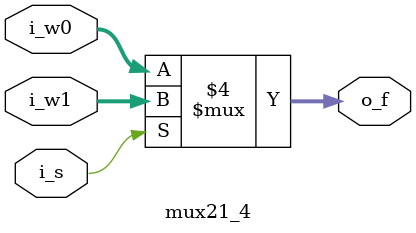
<source format=v>
`timescale 1ns / 1ps
module mux21_4(
    i_s,
	i_w0,
	i_w1,
	o_f
	);
	input i_s; 
	input [3:0] i_w0;
	input [3:0] i_w1;
	output reg [3:0] o_f;

	always@(*) begin
		if (i_s == 1) begin 
			o_f = i_w1;
		end
		else begin
			o_f = i_w0;
		end
	end
	

endmodule

</source>
